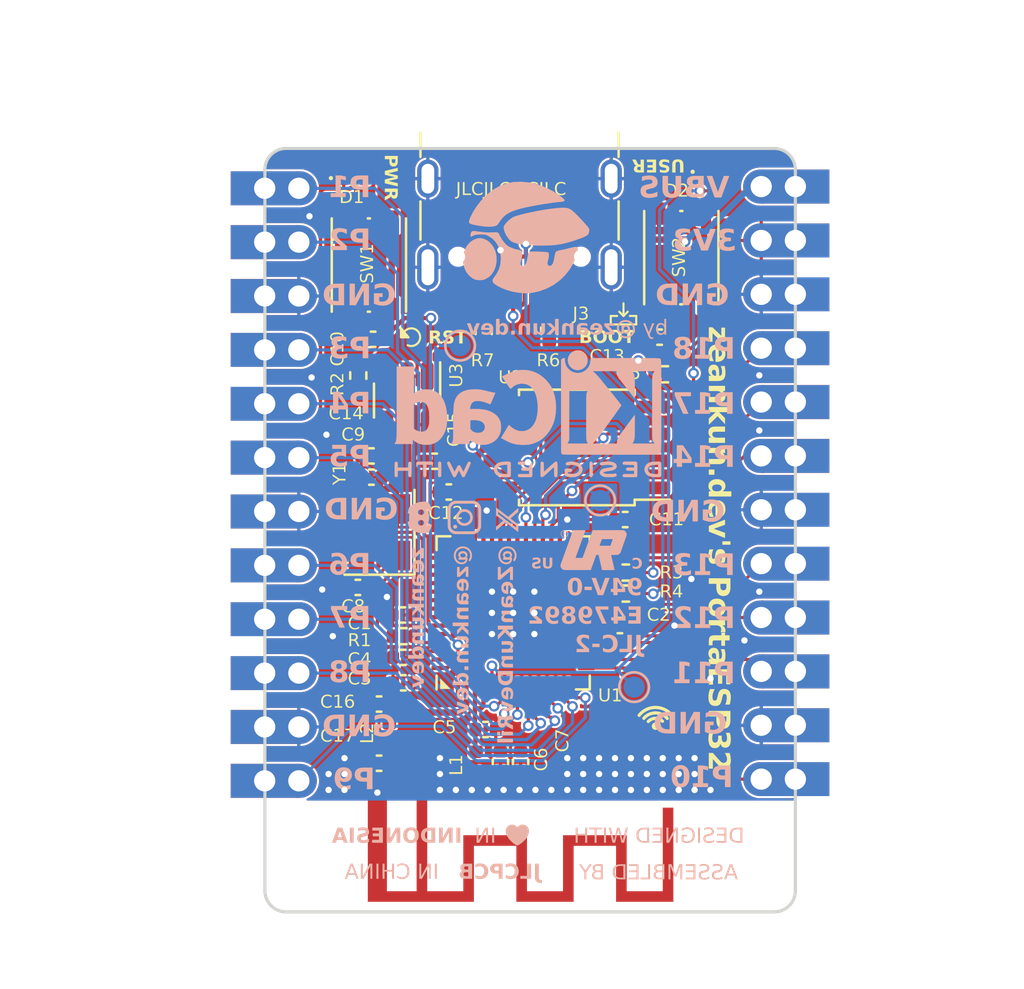
<source format=kicad_pcb>
(kicad_pcb (version 20240108) (generator "pcbnew") (generator_version "8.0")
  (layers (0 "F.Cu" signal) (31 "B.Cu" signal) (34 "B.Paste" user) (35 "F.Paste" user) (36 "B.SilkS" user "B.Silkscreen") (37 "F.SilkS" user "F.Silkscreen") (38 "B.Mask" user) (39 "F.Mask" user) (44 "Edge.Cuts" user))
  (net 0 "")
  (net 1 "GND")
  (net 2 "+3V3")
  (net 3 "+3.3VA")
  (net 4 "Net-(C8-Pad1)")
  (net 5 "/XM")
  (net 6 "/EN")
  (net 7 "VDD")
  (net 8 "/BOOTSEL")
  (net 9 "Net-(U3-BP)")
  (net 10 "/P10")
  (net 11 "/P11")
  (net 12 "/P12")
  (net 13 "/P13")
  (net 14 "/P14")
  (net 15 "/P17")
  (net 16 "/P18")
  (net 17 "VBUS")
  (net 18 "/P1")
  (net 19 "/P2")
  (net 20 "/P3")
  (net 21 "/P4")
  (net 22 "/P5")
  (net 23 "/P6")
  (net 24 "/P7")
  (net 25 "/P8")
  (net 26 "/P9")
  (net 27 "Net-(J3-CC1)")
  (net 28 "/USB_DP")
  (net 29 "/USB_DM")
  (net 31 "Net-(J3-CC2)")
  (net 33 "/XP")
  (net 34 "Net-(U1-GPIO20{slash}ADC2_CH9{slash}USB_D+)")
  (net 35 "Net-(U1-GPIO19{slash}ADC2_CH8{slash}USB_D-)")
  (net 38 "Net-(D2-A)")
  (net 40 "/FLASH_HOLD")
  (net 41 "/FLASH_WP")
  (net 42 "/FLASH_CS")
  (net 43 "/FLASH_CLK")
  (net 44 "/FLASH_DO")
  (net 45 "/FLASH_DI")
  (net 60 "/RF")
  (net 61 "Net-(AE1-Pad1)")
  (footprint "Resistor_SMD:R_0402_1005Metric" (layer "F.Cu") (at 83.4 38.6 -90)
    (property "Reference" "R6" (hide yes))
    (property "Value" "5.1k")
  )
  (footprint "Capacitor_SMD:C_0402_1005Metric" (layer "F.Cu") (at 78.6675 46.2 180)
    (property "Reference" "C12" (hide yes))
    (property "Value" "100n")
  )
  (footprint "RF_Antenna:Texas_SWRA117D_2.4GHz_Left" (layer "F.Cu") (at 77.4 60.375 180)
    (property "Reference" "AE1" (hide yes))
    (property "Value" "Antenna_Dipole")
  )
  (footprint "Capacitor_SMD:C_0402_1005Metric" (layer "F.Cu") (at 86.98 47.5 180)
    (property "Reference" "C11" (hide yes))
    (property "Value" "10u")
  )
  (footprint "Crystal:Crystal_SMD_3225-4Pin_3.2x2.5mm" (layer "F.Cu") (at 75.4 48.1 90)
    (property "Reference" "Y1" (hide yes))
    (property "Value" "40MHz")
  )
  (footprint "Capacitor_SMD:C_0402_1005Metric" (layer "F.Cu") (at 82.05 58.92 90)
    (property "Reference" "C7" (hide yes))
    (property "Value" "10u")
  )
  (footprint "Button_Switch_SMD:SW_Push_1P1T_NO_Vertical_Wuerth_434133025816" (layer "F.Cu") (at 89.625 35.15 90)
    (property "Reference" "SW2" (hide yes))
    (property "Value" "SW_Push")
  )
  (footprint "Resistor_SMD:R_0402_1005Metric" (layer "F.Cu") (at 87.01 50.99)
    (property "Reference" "R4" (hide yes))
    (property "Value" "22")
  )
  (footprint "LED_SMD:LED_0402_1005Metric" (layer "F.Cu") (at 74.2 31.4)
    (property "Reference" "D1" (hide yes))
    (property "Value" "GREEN")
  )
  (footprint "Capacitor_SMD:C_0402_1005Metric" (layer "F.Cu") (at 81.1 58.92 90)
    (property "Reference" "C6" (hide yes))
    (property "Value" "100n")
  )
  (footprint "Package_TO_SOT_SMD:SOT-23-5" (layer "F.Cu") (at 76.7 41.8875 -90)
    (property "Reference" "U3" (hide yes))
    (property "Value" "MIC5205-3.3YM5")
  )
  (footprint "Package_DFN_QFN:QFN-56-1EP_7x7mm_P0.4mm_EP4x4mm" (layer "F.Cu") (at 81.7 51.9 90)
    (property "Reference" "U1" (hide yes))
    (property "Value" "ESP32-S2R2")
  )
  (footprint "LED_SMD:LED_0402_1005Metric" (layer "F.Cu") (at 91.25 31.1)
    (property "Reference" "D2" (hide yes))
    (property "Value" "BLUE")
  )
  (footprint "Capacitor_SMD:C_0402_1005Metric" (layer "F.Cu") (at 76.5 52 180)
    (property "Reference" "C1" (hide yes))
    (property "Value" "100n")
  )
  (footprint "Capacitor_SMD:C_0402_1005Metric" (layer "F.Cu") (at 74.38 50.7 180)
    (property "Reference" "C8" (hide yes))
    (property "Value" "18pF")
  )
  (footprint "Capacitor_SMD:C_0402_1005Metric" (layer "F.Cu") (at 75.1 39 180)
    (property "Reference" "C10" (hide yes))
    (property "Value" "1u")
  )
  (footprint "Package_SO:SOIC-8_5.23x5.23mm_P1.27mm" (layer "F.Cu") (at 84.7 44.1 180)
    (property "Reference" "U2" (hide yes))
    (property "Value" "W25Q32JVSS")
  )
  (footprint "Inductor_SMD:L_0402_1005Metric" (layer "F.Cu") (at 75.86 57.6 90)
    (property "Reference" "L2" (hide yes))
    (property "Value" "2.7n")
  )
  (footprint "Capacitor_SMD:C_0402_1005Metric" (layer "F.Cu") (at 80.4 57.4)
    (property "Reference" "C5" (hide yes))
    (property "Value" "100n")
  )
  (footprint "Capacitor_SMD:C_0402_1005Metric" (layer "F.Cu") (at 75.38 56.2 180)
    (property "Reference" "C16" (hide yes))
    (property "Value" "1.6pF")
  )
  (footprint "Capacitor_SMD:C_0402_1005Metric" (layer "F.Cu") (at 75.38 58.99 180)
    (property "Reference" "C17" (hide yes))
    (property "Value" "1.6pF")
  )
  (footprint "SMD-TH-Connector:Conn_01x12_2.54mm" (layer "F.Cu") (at 71.99 45.2)
    (property "Reference" "J2" (hide yes))
    (property "Value" "Conn_01x12")
  )
  (footprint "Capacitor_SMD:C_0402_1005Metric" (layer "F.Cu") (at 75.02 44.5 180)
    (property "Reference" "C14" (hide yes))
    (property "Value" "470pF")
  )
  (footprint "Resistor_SMD:R_0402_1005Metric" (layer "F.Cu") (at 74.4 40.71 90)
    (property "Reference" "R2" (hide yes))
    (property "Value" "5.1k")
  )
  (footprint "Connector_USB:USB_C_Receptacle_GCT_USB4105-xx-A_16P_TopMnt_Horizontal" (layer "F.Cu") (at 82 32.5 180)
    (property "Reference" "J3" (hide yes))
    (property "Value" "USB_C_Receptacle_USB2.0")
  )
  (footprint "Capacitor_SMD:C_0402_1005Metric" (layer "F.Cu") (at 78 44.75)
    (property "Reference" "C15" (hide yes))
    (property "Value" "2.2u")
  )
  (footprint "Button_Switch_SMD:SW_Push_1P1T_NO_Vertical_Wuerth_434133025816" (layer "F.Cu") (at 74.9 35.5 90)
    (property "Reference" "SW1" (hide yes))
    (property "Value" "SW_Push")
  )
  (footprint "Capacitor_SMD:C_0402_1005Metric" (layer "F.Cu") (at 76.52 55.2 180)
    (property "Reference" "C3" (hide yes))
    (property "Value" "100n")
  )
  (footprint "Resistor_SMD:R_0402_1005Metric" (layer "F.Cu") (at 76.52 53)
    (property "Reference" "R1" (hide yes))
    (property "Value" "22")
  )
  (footprint "Inductor_SMD:L_0402_1005Metric" (layer "F.Cu") (at 79.95 58.935 90)
    (property "Reference" "L1" (hide yes))
    (property "Value" "2.2n")
  )
  (footprint "Capacitor_SMD:C_0402_1005Metric" (layer "F.Cu") (at 88.6 38.9 180)
    (property "Reference" "C13" (hide yes))
    (property "Value" "100n")
  )
  (footprint "Resistor_SMD:R_0402_1005Metric" (layer "F.Cu") (at 88.85 40.65 180)
    (property "Reference" "R5" (hide yes))
    (property "Value" "5.1k")
  )
  (footprint "Capacitor_SMD:C_0402_1005Metric" (layer "F.Cu") (at 86.73 52.5)
    (property "Reference" "C2" (hide yes))
    (property "Value" "100n")
  )
  (footprint "Resistor_SMD:R_0402_1005Metric" (layer "F.Cu") (at 87.01 50)
    (property "Reference" "R3" (hide yes))
    (property "Value" "22")
  )
  (footprint "Capacitor_SMD:C_0402_1005Metric" (layer "F.Cu") (at 75.02 45.5)
    (property "Reference" "C9" (hide yes))
    (property "Value" "18pF")
  )
  (footprint "Resistor_SMD:R_0402_1005Metric" (layer "F.Cu") (at 80.31 38.6 -90)
    (property "Reference" "R7" (hide yes))
    (property "Value" "5.1k")
  )
  (footprint "Capacitor_SMD:C_0402_1005Metric" (layer "F.Cu") (at 76.52 54 180)
    (property "Reference" "C4" (hide yes))
    (property "Value" "10u")
  )
  (footprint "LOGO" (layer "B.Cu") (at 82.3 34.2 180)
    (property "Reference" "G***" (hide yes))
    (property "Value" "LOGO" (hide yes))
  )
  (footprint "LOGO" (layer "B.Cu") (at 81.4 47.5 -90)
    (property "Reference" "G***" (hide yes))
    (property "Value" "LOGO" (hide yes))
  )
  (footprint "LOGO" (layer "B.Cu") (at 79.4 47.4 -90)
    (property "Reference" "G***" (hide yes))
    (property "Value" "LOGO" (hide yes))
  )
  (footprint "LOGO" (layer "B.Cu") (at 85.49 48.94 180)
    (property "Reference" "G***" (hide yes))
    (property "Value" "LOGO" (hide yes))
  )
  (footprint "LOGO" (layer "B.Cu") (at 81.9 62.375 180)
    (property "Reference" "G***" (hide yes))
    (property "Value" "LOGO" (hide yes))
  )
  (footprint "TestPoint:TestPoint_Pad_D1.0mm" (layer "B.Cu") (at 85.8 46.6 180)
    (property "Reference" "TP3" (hide yes))
    (property "Value" "VDD")
  )
  (footprint "TestPoint:TestPoint_Pad_D1.0mm" (layer "B.Cu") (at 79.2 39.3 180)
    (property "Reference" "TP2" (hide yes))
    (property "Value" "EN")
  )
  (footprint "LOGO" (layer "B.Cu") (at 77.3 47.4 -90)
    (property "Reference" "G***" (hide yes))
    (property "Value" "LOGO" (hide yes))
  )
  (footprint "TestPoint:TestPoint_Pad_D1.0mm" (layer "B.Cu") (at 87.4 55.4 180)
    (property "Reference" "TP1" (hide yes))
    (property "Value" "BOOTSEL")
  )
  (footprint "Symbol:KiCad-Logo2_5mm_SilkScreen" (layer "B.Cu") (at 82.4 42.5 180)
    (property "Reference" "REF**" (hide yes))
    (property "Value" "KiCad-Logo2_5mm_SilkScreen" (hide yes))
  )
  (footprint "SMD-TH-Connector:Conn_01x12_2.54mm" (layer "B.Cu") (at 93 45.12 180)
    (property "Reference" "J1" (hide yes))
    (property "Value" "Conn_01x12")
  )
  (gr_line (start 87.5 38.3) (end 86.3 38.3) (stroke (width 0.1)) (layer "F.SilkS"))
  (gr_line (start 86.3 38.3) (end 86.3 37.9) (stroke (width 0.1)) (layer "F.SilkS"))
  (gr_line (start 86.9 37.9) (end 86.7 37.7) (stroke (width 0.1)) (layer "F.SilkS"))
  (gr_arc (start 87.857074 56.871861) (mid 88.411552 56.618399) (end 88.962855 56.87871) (stroke (width 0.15)) (layer "F.SilkS"))
  (gr_arc (start 87.637074 56.731861) (mid 88.394904 56.359541) (end 89.161729 56.712976) (stroke (width 0.15)) (layer "F.SilkS"))
  (gr_poly (pts (xy 78.26 54.99) (xy 78.26 55.49) (xy 78.75 55.49)) (fill solid) (layer "F.SilkS"))
  (gr_arc (start 88.067075 57.021861) (mid 88.4 56.875) (end 88.737225 57.01171) (stroke (width 0.15)) (layer "F.SilkS"))
  (gr_line (start 86.9 37.3) (end 86.9 37.9) (stroke (width 0.1)) (layer "F.SilkS"))
  (gr_line (start 86.9 37.9) (end 87.1 37.7) (stroke (width 0.1)) (layer "F.SilkS"))
  (gr_poly (pts (xy 76.40769 38.91) (xy 76.41 38.47) (xy 76.77 38.91)) (stroke (width 0.1)) (fill solid) (layer "F.SilkS"))
  (gr_circle (center 88.407074 57.241861) (end 88.507074 57.241861) (stroke (width 0.15)) (fill solid) (layer "F.SilkS"))
  (gr_line (start 87.2 37.9) (end 87.5 37.9) (stroke (width 0.1)) (layer "F.SilkS"))
  (gr_arc (start 76.483707 38.9) (mid 77.249336 38.673585) (end 76.73 39.28) (stroke (width 0.1)) (layer "F.SilkS"))
  (gr_line (start 86.3 37.9) (end 86.6 37.9) (stroke (width 0.1)) (layer "F.SilkS"))
  (gr_line (start 87.5 37.9) (end 87.5 38.3) (stroke (width 0.1)) (layer "F.SilkS"))
  (gr_arc (start 70 31) (mid 70.292893 30.292893) (end 71 30) (stroke (width 0.15)) (layer "Edge.Cuts"))
  (gr_line (start 71 66) (end 94 66) (stroke (width 0.15)) (layer "Edge.Cuts"))
  (gr_arc (start 94 30) (mid 94.707107 30.292893) (end 95 31) (stroke (width 0.15)) (layer "Edge.Cuts"))
  (gr_line (start 94 30) (end 71 30) (stroke (width 0.15)) (layer "Edge.Cuts"))
  (gr_line (start 70 65) (end 70 31) (stroke (width 0.15)) (layer "Edge.Cuts"))
  (gr_arc (start 71 66) (mid 70.292893 65.707107) (end 70 65) (stroke (width 0.15)) (layer "Edge.Cuts"))
  (gr_line (start 95 31) (end 95 65) (stroke (width 0.15)) (layer "Edge.Cuts"))
  (gr_arc (start 95 65) (mid 94.707107 65.707107) (end 94 66) (stroke (width 0.15)) (layer "Edge.Cuts"))
  (gr_text "C" (at 87.8 49.9 0) (layer "B.SilkS") (effects (font (size 0.5 0.5) (thickness 0.1) (bold yes)) (justify left bottom mirror)))
  (gr_text "GND" (at 88.4 36.975 0) (layer "B.SilkS") (effects (font (size 1 1) (thickness 0.15) (bold yes)) (justify right mirror)))
  (gr_text "94V-0\nE479892\nJLC-2" (at 87.81 53.89 0) (layer "B.SilkS") (effects (font (size 0.8 0.8) (thickness 0.16) (bold yes)) (justify left bottom mirror)))
  (gr_text "GND" (at 72.7 36.98 0) (layer "B.SilkS") (effects (font (size 1 1) (thickness 0.15) (bold yes)) (justify right mirror)))
  (gr_text "P7" (at 73 52.18 0) (layer "B.SilkS") (effects (font (size 1 1) (thickness 0.15) (bold yes)) (justify right mirror)))
  (gr_text "P10" (at 89.1 59.7 0) (layer "B.SilkS") (effects (font (size 1 1) (thickness 0.15) (bold yes)) (justify right mirror)))
  (gr_text "GND" (at 72.7 57.3 0) (layer "B.SilkS") (effects (font (size 1 1) (thickness 0.15) (bold yes)) (justify right mirror)))
  (gr_text "ASSEMBLED BY" (at 92.3 64.175 0) (layer "B.SilkS") (effects (font (size 0.7 0.7) (thickness 0.1)) (justify left mirror)))
  (gr_text "@ZeanKunDevRil" (at 81.4 48.7 90) (layer "B.SilkS") (effects (font (size 0.7 0.7) (thickness 0.14) (bold yes)) (justify left mirror)))
  (gr_text "US" (at 83.61 49.89 0) (layer "B.SilkS") (effects (font (size 0.5 0.5) (thickness 0.1) (bold yes)) (justify left bottom mirror)))
  (gr_text "GND" (at 88.2 47.175 0) (layer "B.SilkS") (effects (font (size 1 1) (thickness 0.15) (bold yes)) (justify right mirror)))
  (gr_text "P5" (at 73 44.58 0) (layer "B.SilkS") (effects (font (size 1 1) (thickness 0.15) (bold yes)) (justify right mirror)))
  (gr_text "P2" (at 73 34.38 0) (layer "B.SilkS") (effects (font (size 1 1) (thickness 0.15) (bold yes)) (justify right mirror)))
  (gr_text "P9" (at 73.2 59.8 0) (layer "B.SilkS") (effects (font (size 1 1) (thickness 0.15) (bold yes)) (justify right mirror)))
  (gr_text "GND" (at 88.3 57.175 0) (layer "B.SilkS") (effects (font (size 1 1) (thickness 0.15) (bold yes)) (justify right mirror)))
  (gr_text "3V3" (at 89.2 34.4 0) (layer "B.SilkS") (effects (font (size 1 1) (thickness 0.15) (bold yes)) (justify right mirror)))
  (gr_text "INDONESIA" (at 79.3 62.45 0) (layer "B.SilkS") (effects (font (size 0.7 0.7) (thickness 0.14) (bold yes)) (justify left mirror)))
  (gr_text "P17" (at 89.2 42.1 0) (layer "B.SilkS") (effects (font (size 1 1) (thickness 0.15) (bold yes)) (justify right mirror)))
  (gr_text "DESIGNED WITH" (at 92.6 62.45 0) (layer "B.SilkS") (effects (font (size 0.7 0.7) (thickness 0.1)) (justify left mirror)))
  (gr_text "@zeankun.dev" (at 87.5 38.9 0) (layer "B.SilkS") (effects (font (size 0.7 0.7) (thickness 0.125) (bold yes)) (justify left bottom mirror)))
  (gr_text "@zeankun.dev" (at 79.3 48.7 90) (layer "B.SilkS") (effects (font (size 0.7 0.7) (thickness 0.14) (bold yes)) (justify left mirror)))
  (gr_text "P6" (at 73 49.68 0) (layer "B.SilkS") (effects (font (size 1 1) (thickness 0.15) (bold yes)) (justify right mirror)))
  (gr_text "P8" (at 73 54.75 0) (layer "B.SilkS") (effects (font (size 1 1) (thickness 0.15) (bold yes)) (justify right mirror)))
  (gr_text "IN CHINA" (at 78.2 64.15 0) (layer "B.SilkS") (effects (font (size 0.7 0.7) (thickness 0.1)) (justify left mirror)))
  (gr_text "P4" (at 73 42.08 0) (layer "B.SilkS") (effects (font (size 1 1) (thickness 0.15) (bold yes)) (justify right mirror)))
  (gr_text "P12" (at 89.2 52.2 0) (layer "B.SilkS") (effects (font (size 1 1) (thickness 0.15) (bold yes)) (justify right mirror)))
  (gr_text "GND" (at 72.8 47.08 0) (layer "B.SilkS") (effects (font (size 1 1) (thickness 0.15) (bold yes)) (justify right mirror)))
  (gr_text "by" (at 89 38.9 0) (layer "B.SilkS") (effects (font (size 0.7 0.7) (thickness 0.1)) (justify left bottom mirror)))
  (gr_text "IN" (at 80.9 62.45 0) (layer "B.SilkS") (effects (font (size 0.7 0.7) (thickness 0.1)) (justify left mirror)))
  (gr_text "P3" (at 73 39.48 0) (layer "B.SilkS") (effects (font (size 1 1) (thickness 0.15) (bold yes)) (justify right mirror)))
  (gr_text "P14" (at 89.2 44.6 0) (layer "B.SilkS") (effects (font (size 1 1) (thickness 0.15) (bold yes)) (justify right mirror)))
  (gr_text "P18" (at 89.2 39.5 0) (layer "B.SilkS") (effects (font (size 1 1) (thickness 0.15) (bold yes)) (justify right mirror)))
  (gr_text "zeankundev" (at 77.2 48.8 90) (layer "B.SilkS") (effects (font (size 0.7 0.7) (thickness 0.14) (bold yes)) (justify left mirror)))
  (gr_text "P13" (at 89.2 49.7 0) (layer "B.SilkS") (effects (font (size 1 1) (thickness 0.15) (bold yes)) (justify right mirror)))
  (gr_text "JLCPCB" (at 83 64.15 0) (layer "B.SilkS") (effects (font (size 0.7 0.7) (thickness 0.14) (bold yes)) (justify left mirror)))
  (gr_text "P11" (at 89.2 54.8 0) (layer "B.SilkS") (effects (font (size 1 1) (thickness 0.15) (bold yes)) (justify right mirror)))
  (gr_text "P1" (at 73 31.88 0) (layer "B.SilkS") (effects (font (size 1 1) (thickness 0.15) (bold yes)) (justify right mirror)))
  (gr_text "VBUS" (at 87.6 31.9 0) (layer "B.SilkS") (effects (font (size 1 1) (thickness 0.15) (bold yes)) (justify right mirror)))
  (gr_text "C13" (at 85.3 40.175 0) (layer "F.SilkS") (effects (font (size 0.6 0.6) (thickness 0.1)) (justify left bottom)))
  (gr_text "R7" (at 79.7 40.375 0) (layer "F.SilkS") (effects (font (size 0.6 0.6) (thickness 0.1)) (justify left bottom)))
  (gr_text "R5" (at 86.6 40.975 0) (layer "F.SilkS") (effects (font (size 0.6 0.6) (thickness 0.1)) (justify left bottom)))
  (gr_text "L2" (at 75.2 58.075 90) (layer "F.SilkS") (effects (font (size 0.6 0.6) (thickness 0.1)) (justify left bottom)))
  (gr_text "BOOT" (at 84.8 39.275 0) (layer "F.SilkS") (effects (font (size 0.6 0.6) (thickness 0.12) (bold yes)) (justify left bottom)))
  (gr_text "C3" (at 73.9 55.375 0) (layer "F.SilkS") (effects (font (size 0.6 0.6) (thickness 0.1)) (justify left bottom)))
  (gr_text "C6" (at 83.4 59.375 90) (layer "F.SilkS") (effects (font (size 0.6 0.6) (thickness 0.1)) (justify left bottom)))
  (gr_text "C2" (at 88 52.375 0) (layer "F.SilkS") (effects (font (size 0.6 0.6) (thickness 0.1)) (justify left bottom)))
  (gr_text "C4" (at 73.9 54.475 0) (layer "F.SilkS") (effects (font (size 0.6 0.6) (thickness 0.1)) (justify left bottom)))
  (gr_text "C1" (at 73.9 52.775 0) (layer "F.SilkS") (effects (font (size 0.6 0.6) (thickness 0.1)) (justify left bottom)))
  (gr_text "R2" (at 73.8 41.675 90) (layer "F.SilkS") (effects (font (size 0.6 0.6) (thickness 0.1)) (justify left bottom)))
  (gr_text "C7" (at 84.4 58.475 90) (layer "F.SilkS") (effects (font (size 0.6 0.6) (thickness 0.1)) (justify left bottom)))
  (gr_text "U2" (at 81 41.175 0) (layer "F.SilkS") (effects (font (size 0.6 0.6) (thickness 0.1)) (justify left bottom)))
  (gr_text "L1" (at 79.4 59.575 90) (layer "F.SilkS") (effects (font (size 0.6 0.6) (thickness 0.1)) (justify left bottom)))
  (gr_text "C9" (at 73.6 43.875 0) (layer "F.SilkS") (effects (font (size 0.6 0.6) (thickness 0.1)) (justify left bottom)))
  (gr_text "C17" (at 72.6 58.075 0) (layer "F.SilkS") (effects (font (size 0.6 0.6) (thickness 0.1)) (justify left bottom)))
  (gr_text "C12" (at 77.7 47.575 0) (layer "F.SilkS") (effects (font (size 0.6 0.6) (thickness 0.1)) (justify left bottom)))
  (gr_text "RST" (at 77.7 39.3 0) (layer "F.SilkS") (effects (font (size 0.6 0.6) (thickness 0.12) (bold yes)) (justify left bottom)))
  (gr_text "C5" (at 77.9 57.675 0) (layer "F.SilkS") (effects (font (size 0.6 0.6) (thickness 0.1)) (justify left bottom)))
  (gr_text "SW1" (at 75.2 36.375 90) (layer "F.SilkS") (effects (font (size 0.6 0.6) (thickness 0.1)) (justify left bottom)))
  (gr_text "D1" (at 73.5 32.675 0) (layer "F.SilkS") (effects (font (size 0.6 0.6) (thickness 0.1)) (justify left bottom)))
  (gr_text "R3" (at 88.6 50.375 0) (layer "F.SilkS") (effects (font (size 0.6 0.6) (thickness 0.1)) (justify left bottom)))
  (gr_text "R1" (at 73.9 53.575 0) (layer "F.SilkS") (effects (font (size 0.6 0.6) (thickness 0.1)) (justify left bottom)))
  (gr_text "R6" (at 82.8 40.375 0) (layer "F.SilkS") (effects (font (size 0.6 0.6) (thickness 0.1)) (justify left bottom)))
  (gr_text "Y1" (at 73.9 45.875 90) (layer "F.SilkS") (effects (font (size 0.6 0.6) (thickness 0.1)) (justify left bottom)))
  (gr_text "JLCJLCJLCJLC" (at 79 32.3 0) (layer "F.SilkS") (effects (font (size 0.6 0.6) (thickness 0.1)) (justify left bottom)))
  (gr_text "R4" (at 88.6 51.275 0) (layer "F.SilkS") (effects (font (size 0.6 0.6) (thickness 0.1)) (justify left bottom)))
  (gr_text "U3" (at 79.4 41.275 90) (layer "F.SilkS") (effects (font (size 0.6 0.6) (thickness 0.1)) (justify left bottom)))
  (gr_text "USER" (at 89.8 30.775 180) (layer "F.SilkS") (effects (font (size 0.6 0.6) (thickness 0.12) (bold yes)) (justify left)))
  (gr_text "C16" (at 72.6 56.475 0) (layer "F.SilkS") (effects (font (size 0.6 0.6) (thickness 0.1)) (justify left bottom)))
  (gr_text "C14" (at 73 42.875 0) (layer "F.SilkS") (effects (font (size 0.6 0.6) (thickness 0.1)) (justify left bottom)))
  (gr_text "SW2" (at 89.9 36.075 90) (layer "F.SilkS") (effects (font (size 0.6 0.6) (thickness 0.1)) (justify left bottom)))
  (gr_text "U1" (at 85.7 56.175 0) (layer "F.SilkS") (effects (font (size 0.6 0.6) (thickness 0.1)) (justify left bottom)))
  (gr_text "J3" (at 84.5 38.175 0) (layer "F.SilkS") (effects (font (size 0.6 0.6) (thickness 0.1)) (justify left bottom)))
  (gr_text "C15" (at 79.3 44.075 90) (layer "F.SilkS") (effects (font (size 0.6 0.6) (thickness 0.1)) (justify left bottom)))
  (gr_text "D2" (at 88.8 32.375 0) (layer "F.SilkS") (effects (font (size 0.6 0.6) (thickness 0.1)) (justify left bottom)))
  (gr_text "C10" (at 73.8 40.275 90) (layer "F.SilkS") (effects (font (size 0.6 0.6) (thickness 0.1)) (justify left bottom)))
  (gr_text "C8" (at 73.6 51.975 0) (layer "F.SilkS") (effects (font (size 0.6 0.6) (thickness 0.1)) (justify left bottom)))
  (gr_text "C11" (at 88.1 47.875 0) (layer "F.SilkS") (effects (font (size 0.6 0.6) (thickness 0.1)) (justify left bottom)))
  (gr_text "zeankun.dev's PortaESP32" (at 90.75 38.37 270) (layer "F.SilkS") (effects (font (size 1 1) (thickness 0.2) (bold yes)) (justify left bottom)))
  (gr_text "PWR" (at 75.9 30.275 270) (layer "F.SilkS") (effects (font (size 0.6 0.6) (thickness 0.12) (bold yes)) (justify left)))
  (segment (start 92.78 46.62) (end 93.39 46.62) (width 0.15) (layer "F.Cu") (net 1))
  (via (at 84.25 58.75) (size 0.5) (drill 0.3) (layers "F.Cu" "B.Cu") (net 1))
  (via (at 89.5 59.5) (size 0.5) (drill 0.3) (layers "F.Cu" "B.Cu") (net 1))
  (via (at 93.3 43.3) (size 0.5) (drill 0.3) (layers "F.Cu" "B.Cu") (net 1))
  (via (at 87.25 60.25) (size 0.5) (drill 0.3) (layers "F.Cu" "B.Cu") (net 1))
  (via (at 81.1 34.8) (size 0.5) (drill 0.3) (layers "F.Cu" "B.Cu") (net 1))
  (via (at 78.25 60.25) (size 0.5) (drill 0.3) (layers "F.Cu" "B.Cu") (net 1))
  (via (at 75.75 51.15) (size 0.5) (drill 0.3) (layers "F.Cu" "B.Cu") (net 1))
  (via (at 82 60.25) (size 0.5) (drill 0.3) (layers "F.Cu" "B.Cu") (net 1))
  (via (at 90.1 50.3) (size 0.5) (drill 0.3) (layers "F.Cu" "B.Cu") (net 1))
  (via (at 88 59.5) (size 0.5) (drill 0.3) (layers "F.Cu" "B.Cu") (net 1))
  (via (at 84.25 59.5) (size 0.5) (drill 0.3) (layers "F.Cu" "B.Cu") (net 1))
  (via (at 90.25 60.25) (size 0.5) (drill 0.3) (layers "F.Cu" "B.Cu") (net 1))
  (via (at 73.75 59.5) (size 0.5) (drill 0.3) (layers "F.Cu" "B.Cu") (net 1))
  (via (at 88 60.25) (size 0.5) (drill 0.3) (layers "F.Cu" "B.Cu") (net 1))
  (via (at 91 60.25) (size 0.5) (drill 0.3) (layers "F.Cu" "B.Cu") (net 1))
  (via (at 81.7 51.9) (size 0.5) (drill 0.3) (layers "F.Cu" "B.Cu") (net 1))
  (via (at 73.75 60.25) (size 0.5) (drill 0.3) (layers "F.Cu" "B.Cu") (net 1))
  (via (at 80.5 60.25) (size 0.5) (drill 0.3) (layers "F.Cu" "B.Cu") (net 1))
  (via (at 87.25 58.75) (size 0.5) (drill 0.3) (layers "F.Cu" "B.Cu") (net 1))
  (via (at 93.3 40.7) (size 0.5) (drill 0.3) (layers "F.Cu" "B.Cu") (net 1))
  (via (at 81.7 52.9) (size 0.5) (drill 0.3) (layers "F.Cu" "B.Cu") (net 1))
  (via (at 81.25 60.25) (size 0.5) (drill 0.3) (layers "F.Cu" "B.Cu") (net 1))
  (via (at 92.6 53.2) (size 0.5) (drill 0.3) (layers "F.Cu" "B.Cu") (net 1))
  (via (at 78.25 59.5) (size 0.5) (drill 0.3) (layers "F.Cu" "B.Cu") (net 1))
  (via (at 89.5 58.75) (size 0.5) (drill 0.3) (layers "F.Cu" "B.Cu") (net 1))
  (via (at 85.75 60.25) (size 0.5) (drill 0.3) (layers "F.Cu" "B.Cu") (net 1))
  (via (at 85 60.25) (size 0.5) (drill 0.3) (layers "F.Cu" "B.Cu") (net 1))
  (via (at 88 58.75) (size 0.5) (drill 0.3) (layers "F.Cu" "B.Cu") (net 1))
  (via (at 89.5 60.25) (size 0.5) (drill 0.3) (layers "F.Cu" "B.Cu") (net 1))
  (via (at 72.2 40.8) (size 0.5) (drill 0.3) (layers "F.Cu" "B.Cu") (net 1))
  (via (at 81.7 50.9) (size 0.5) (drill 0.3) (layers "F.Cu" "B.Cu") (net 1))
  (via (at 85 58.75) (size 0.5) (drill 0.3) (layers "F.Cu" "B.Cu") (net 1))
  (via (at 82.75 60.25) (size 0.5) (drill 0.3) (layers "F.Cu" "B.Cu") (net 1))
  (via (at 80.7 52.9) (size 0.5) (drill 0.3) (layers "F.Cu" "B.Cu") (net 1))
  (via (at 83.5 60.25) (size 0.5) (drill 0.3) (layers "F.Cu" "B.Cu") (net 1))
  (via (at 88.75 58.75) (size 0.5) (drill 0.3) (layers "F.Cu" "B.Cu") (net 1))
  (via (at 84.25 60.25) (size 0.5) (drill 0.3) (layers "F.Cu" "B.Cu") (net 1))
  (via (at 72.9 43.5) (size 0.5) (drill 0.3) (layers "F.Cu" "B.Cu") (net 1))
  (via (at 82.7 51.9) (size 0.5) (drill 0.3) (layers "F.Cu" "B.Cu") (net 1))
  (via (at 85.75 59.5) (size 0.5) (drill 0.3) (layers "F.Cu" "B.Cu") (net 1))
  (via (at 73.75 58.75) (size 0.5) (drill 0.3) (layers "F.Cu" "B.Cu") (net 1))
  (via (at 82.7 52.9) (size 0.5) (drill 0.3) (layers "F.Cu" "B.Cu") (net 1))
  (via (at 73.2 53) (size 0.5) (drill 0.3) (layers "F.Cu" "B.Cu") (net 1))
  (via (at 82.7 50.9) (size 0.5) (drill 0.3) (layers "F.Cu" "B.Cu") (net 1))
  (via (at 88.75 60.25) (size 0.5) (drill 0.3) (layers "F.Cu" "B.Cu") (net 1))
  (via (at 73 59.5) (size 0.5) (drill 0.3) (layers "F.Cu" "B.Cu") (net 1))
  (via (at 72.7 50.8) (size 0.5) (drill 0.3) (layers "F.Cu" "B.Cu") (net 1))
  (via (at 93.3 50.9) (size 0.5) (drill 0.3) (layers "F.Cu" "B.Cu") (net 1))
  (via (at 85 59.5) (size 0.5) (drill 0.3) (layers "F.Cu" "B.Cu") (net 1))
  (via (at 89.3 52.5) (size 0.5) (drill 0.3) (layers "F.Cu" "B.Cu") (net 1))
  (via (at 86.5 60.25) (size 0.5) (drill 0.3) (layers "F.Cu" "B.Cu") (net 1))
  (via (at 86.5 58.75) (size 0.5) (drill 0.3) (layers "F.Cu" "B.Cu") (net 1))
  (via (at 91 55) (size 0.5) (drill 0.3) (layers "F.Cu" "B.Cu") (net 1))
  (via (at 72.1 33.2) (size 0.5) (drill 0.3) (layers "F.Cu" "B.Cu") (net 1))
  (via (at 80.7 50.9) (size 0.5) (drill 0.3) (layers "F.Cu" "B.Cu") (net 1))
  (via (at 85.75 58.75) (size 0.5) (drill 0.3) (layers "F.Cu" "B.Cu") (net 1))
  (via (at 90.25 59.5) (size 0.5) (drill 0.3) (layers "F.Cu" "B.Cu") (net 1))
  (via (at 88.75 59.5) (size 0.5) (drill 0.3) (layers "F.Cu" "B.Cu") (net 1))
  (via (at 79 60.25) (size 0.5) (drill 0.3) (layers "F.Cu" "B.Cu") (net 1))
  (via (at 73 60.25) (size 0.5) (drill 0.3) (layers "F.Cu" "B.Cu") (net 1))
  (via (at 78.25 58.75) (size 0.5) (drill 0.3) (layers "F.Cu" "B.Cu") (net 1))
  (via (at 90.25 58.75) (size 0.5) (drill 0.3) (layers "F.Cu" "B.Cu") (net 1))
  (via (at 79.75 60.25) (size 0.5) (drill 0.3) (layers "F.Cu" "B.Cu") (net 1))
  (via (at 80.7 51.9) (size 0.5) (drill 0.3) (layers "F.Cu" "B.Cu") (net 1))
  (via (at 86.5 59.5) (size 0.5) (drill 0.3) (layers "F.Cu" "B.Cu") (net 1))
  (via (at 87.25 59.5) (size 0.5) (drill 0.3) (layers "F.Cu" "B.Cu") (net 1))
  (segment (start 79.9 57.38) (end 79.92 57.4) (width 0.2) (layer "F.Cu") (net 3))
  (segment (start 79.9 55.35) (end 79.9 56.4) (width 0.2) (layer "F.Cu") (net 3))
  (segment (start 80.2 56.4) (end 79.9 56.4) (width 0.2) (layer "F.Cu") (net 3))
  (segment (start 80.3 55.35) (end 80.3 56.3) (width 0.2) (layer "F.Cu") (net 3))
  (segment (start 79.92 57.4) (end 79.92 58.42) (width 0.2) (layer "F.Cu") (net 3))
  (segment (start 79.9 56.4) (end 79.9 57.38) (width 0.2) (layer "F.Cu") (net 3))
  (segment (start 80.3 56.3) (end 80.2 56.4) (width 0.2) (layer "F.Cu") (net 3))
  (segment (start 79.92 58.42) (end 79.95 58.45) (width 0.2) (layer "F.Cu") (net 3))
  (segment (start 75.3 50.7) (end 76.25 49.75) (width 0.15) (layer "F.Cu") (net 4))
  (segment (start 75.3 52.5) (end 75.3 50.7) (width 0.15) (layer "F.Cu") (net 4))
  (segment (start 74.86 50.7) (end 74.86 50.59) (width 0.15) (layer "F.Cu") (net 4))
  (segment (start 76.01 53) (end 75.8 53) (width 0.15) (layer "F.Cu") (net 4))
  (segment (start 74.86 50.59) (end 76.25 49.2) (width 0.15) (layer "F.Cu") (net 4))
  (segment (start 76.475 49.425) (end 76.25 49.2) (width 0.15) (layer "F.Cu") (net 4))
  (segment (start 76.25 49.75) (end 76.25 49.2) (width 0.15) (layer "F.Cu") (net 4))
  (segment (start 75.8 53) (end 75.3 52.5) (width 0.15) (layer "F.Cu") (net 4))
  (segment (start 74.55 45.51) (end 74.55 47) (width 0.15) (layer "F.Cu") (net 5))
  (segment (start 78.25 52.9) (end 77.8 52.9) (width 0.15) (layer "F.Cu") (net 5))
  (segment (start 77.8 52.9) (end 77.435 52.535) (width 0.15) (layer "F.Cu") (net 5))
  (segment (start 74.54 45.5) (end 74.55 45.51) (width 0.15) (layer "F.Cu") (net 5))
  (segment (start 75.1 48.1) (end 74.55 47.55) (width 0.15) (layer "F.Cu") (net 5))
  (segment (start 77.1 48.1) (end 75.1 48.1) (width 0.15) (layer "F.Cu") (net 5))
  (segment (start 77.435 48.435) (end 77.1 48.1) (width 0.15) (layer "F.Cu") (net 5))
  (segment (start 74.55 47.55) (end 74.55 47) (width 0.15) (layer "F.Cu") (net 5))
  (segment (start 77.435 52.535) (end 77.435 48.435) (width 0.15) (layer "F.Cu") (net 5))
  (segment (start 75.975 37.575) (end 75.975 33.45) (width 0.3) (layer "F.Cu") (net 6))
  (segment (start 75.58 39) (end 75.58 39.02) (width 0.2) (layer "F.Cu") (net 6))
  (segment (start 75.58 39) (end 76 38.58) (width 0.2) (layer "F.Cu") (net 6))
  (segment (start 76 38.58) (end 76 37.6) (width 0.2) (layer "F.Cu") (net 6))
  (segment (start 78.603553 54.5) (end 78.25 54.5) (width 0.15) (layer "F.Cu") (net 6))
  (segment (start 79.1 54.003553) (end 78.603553 54.5) (width 0.15) (layer "F.Cu") (net 6))
  (segment (start 76 37.6) (end 75.975 37.575) (width 0.2) (layer "F.Cu") (net 6))
  (segment (start 76.58 38) (end 77.8245 38) (width 0.2) (layer "F.Cu") (net 6))
  (segment (start 75.58 39) (end 76.58 38) (width 0.2) (layer "F.Cu") (net 6))
  (segment (start 79.1 53.4) (end 79.1 54.003553) (width 0.15) (layer "F.Cu") (net 6))
  (segment (start 75.58 39.02) (end 74.4 40.2) (width 0.2) (layer "F.Cu") (net 6))
  (via (at 77.8245 38) (size 0.5) (drill 0.3) (layers "F.Cu" "B.Cu") (net 6))
  (via (at 79.1 53.4) (size 0.5) (drill 0.3) (layers "F.Cu" "B.Cu") (net 6))
  (segment (start 77.8 38.8) (end 77.8 52.1) (width 0.15) (layer "B.Cu") (net 6))
  (segment (start 77.8 38.0245) (end 77.8 38.8) (width 0.15) (layer "B.Cu") (net 6))
  (segment (start 77.8245 38) (end 77.8 38.0245) (width 0.2) (layer "B.Cu") (net 6))
  (segment (start 79.2 39.3) (end 78.3 39.3) (width 0.15) (layer "B.Cu") (net 6))
  (segment (start 78.3 39.3) (end 77.8 38.8) (width 0.15) (layer "B.Cu") (net 6))
  (segment (start 77.8 52.1) (end 79.1 53.4) (width 0.15) (layer "B.Cu") (net 6))
  (segment (start 83.9 48.4625) (end 83.9 47.85) (width 0.15) (layer "F.Cu") (net 7))
  (segment (start 84.25 47.5) (end 86.5 47.5) (width 0.15) (layer "F.Cu") (net 7))
  (segment (start 81.1 46.005) (end 80.905 46.2) (width 0.15) (layer "F.Cu") (net 7))
  (segment (start 83.9 47.85) (end 84.25 47.5) (width 0.15) (layer "F.Cu") (net 7))
  (via (at 84.25 47.5) (size 0.5) (drill 0.3) (layers "F.Cu" "B.Cu") (net 7))
  (via (at 80.45 47.075) (size 0.5) (drill 0.3) (layers "F.Cu" "B.Cu") (net 7))
  (segment (start 90.7 38.8) (end 90.7 37.225) (width 0.15) (layer "F.Cu") (net 8))
  (segment (start 80.7 55.35) (end 80.7 54.4) (width 0.15) (layer "F.Cu") (net 8))
  (segment (start 90.7 33.1) (end 90.7 37.225) (width 0.3) (layer "F.Cu") (net 8))
  (segment (start 89.5 38.9) (end 90.05 39.45) (width 0.15) (layer "F.Cu") (net 8))
  (segment (start 88.85 39.5) (end 90 39.5) (width 0.15) (layer "F.Cu") (net 8))
  (segment (start 90 39.5) (end 90.05 39.45) (width 0.15) (layer "F.Cu") (net 8))
  (segment (start 88.34 40.65) (end 88.34 40.01) (width 0.15) (layer "F.Cu") (net 8))
  (segment (start 88.35 40) (end 88.85 39.5) (width 0.15) (layer "F.Cu") (net 8))
  (segment (start 87.6 40) (end 88.35 40) (width 0.15) (layer "F.Cu") (net 8))
  (segment (start 88.34 40.01) (end 88.35 40) (width 0.15) (layer "F.Cu") (net 8))
  (segment (start 90.05 39.45) (end 90.7 38.8) (width 0.15) (layer "F.Cu") (net 8))
  (segment (start 89.08 38.9) (end 89.5 38.9) (width 0.15) (layer "F.Cu") (net 8))
  (via (at 80.7 54.4) (size 0.5) (drill 0.3) (layers "F.Cu" "B.Cu") (net 8))
  (via (at 87.6 40) (size 0.5) (drill 0.3) (layers "F.Cu" "B.Cu") (net 8))
  (segment (start 81 54.7) (end 86.498959 54.7) (width 0.15) (layer "B.Cu") (net 8))
  (segment (start 87.4 55.4) (end 86.699479 54.699479) (width 0.15) (layer "B.Cu") (net 8))
  (segment (start 86.699479 54.699479) (end 86.699479 54.499479) (width 0.15) (layer "B.Cu") (net 8))
  (segment (start 87.699479 53.499479) (end 89.025 52.173959) (width 0.15) (layer "B.Cu") (net 8))
  (segment (start 86.699479 54.499479) (end 87.699479 53.499479) (width 0.15) (layer "B.Cu") (net 8))
  (segment (start 80.7 54.4) (end 81 54.7) (width 0.15) (layer "B.Cu") (net 8))
  (segment (start 89.025 41.425) (end 87.6 40) (width 0.15) (layer "B.Cu") (net 8))
  (segment (start 86.498959 54.7) (end 86.699479 54.499479) (width 0.15) (layer "B.Cu") (net 8))
  (segment (start 89.025 52.173959) (end 89.025 41.425) (width 0.15) (layer "B.Cu") (net 8))
  (segment (start 75.75 43.025) (end 75.75 44.21) (width 0.3) (layer "F.Cu") (net 9))
  (segment (start 75.75 44.21) (end 75.46 44.5) (width 0.3) (layer "F.Cu") (net 9))
  (segment (start 85.15 54.5) (end 89 54.5) (width 0.15) (layer "F.Cu") (net 10))
  (segment (start 91.1 58.9) (end 91.94 59.74) (width 0.15) (layer "F.Cu") (net 10))
  (segment (start 89 54.5) (end 91.1 56.6) (width 0.15) (layer "F.Cu") (net 10))
  (segment (start 91.1 56.6) (end 91.1 58.9) (width 0.15) (layer "F.Cu") (net 10))
  (segment (start 91.94 59.74) (end 93.39 59.74) (width 0.15) (layer "F.Cu") (net 10))
  (segment (start 92.83 54.1) (end 93.39 54.66) (width 0.15) (layer "F.Cu") (net 11))
  (segment (start 85.15 54.1) (end 92.83 54.1) (width 0.15) (layer "F.Cu") (net 11))
  (segment (start 91.887108 52.12) (end 93.39 52.12) (width 0.15) (layer "F.Cu") (net 12))
  (segment (start 90.307108 53.7) (end 91.887108 52.12) (width 0.15) (layer "F.Cu") (net 12))
  (segment (start 85.15 53.7) (end 90.307108 53.7) (width 0.15) (layer "F.Cu") (net 12))
  (segment (start 85.15 53.3) (end 90.353554 53.3) (width 0.15) (layer "F.Cu") (net 13))
  (segment (start 90.353554 53.3) (end 92.1 51.553554) (width 0.15) (layer "F.Cu") (net 13))
  (segment (start 92.1 50.87) (end 93.39 49.58) (width 0.15) (layer "F.Cu") (net 13))
  (segment (start 92.1 51.553554) (end 92.1 50.87) (width 0.15) (layer "F.Cu") (net 13))
  (segment (start 85.15 52.9) (end 85.235 52.985) (width 0.15) (layer "F.Cu") (net 14))
  (segment (start 92.225 44.875) (end 92.6 44.5) (width 0.15) (layer "F.Cu") (net 14))
  (segment (start 91.85 51.45) (end 91.85 48.05) (width 0.15) (layer "F.Cu") (net 14))
  (segment (start 92.225 47.675) (end 92.225 44.875) (width 0.15) (layer "F.Cu") (net 14))
  (segment (start 90.315 52.985) (end 91.85 51.45) (width 0.15) (layer "F.Cu") (net 14))
  (segment (start 91.85 48.05) (end 92.225 47.675) (width 0.15) (layer "F.Cu") (net 14))
  (segment (start 92.6 44.5) (end 93.39 44.5) (width 0.15) (layer "F.Cu") (net 14))
  (segment (start 85.235 52.985) (end 90.315 52.985) (width 0.15) (layer "F.Cu") (net 14))
  (segment (start 90.749999 51.75) (end 91.6 50.9) (width 0.15) (layer "F.Cu") (net 15))
  (segment (start 91.6 50.9) (end 91.6 43.75) (width 0.15) (layer "F.Cu") (net 15))
  (segment (start 85.918198 51.75) (end 90.749999 51.75) (width 0.15) (layer "F.Cu") (net 15))
  (segment (start 85.15 51.3) (end 85.468198 51.3) (width 0.15) (layer "F.Cu") (net 15))
  (segment (start 91.6 43.75) (end 93.39 41.96) (width 0.15) (layer "F.Cu") (net 15))
  (segment (start 85.468198 51.3) (end 85.918198 51.75) (width 0.15) (layer "F.Cu") (net 15))
  (segment (start 91.35 50.796446) (end 91.35 41.46) (width 0.15) (layer "F.Cu") (net 16))
  (segment (start 85.15 50.9) (end 85.468198 50.9) (width 0.15) (layer "F.Cu") (net 16))
  (segment (start 91.35 41.46) (end 93.39 39.42) (width 0.15) (layer "F.Cu") (net 16))
  (segment (start 86.068198 51.5) (end 90.646446 51.5) (width 0.15) (layer "F.Cu") (net 16))
  (segment (start 90.646446 51.5) (end 91.35 50.796446) (width 0.15) (layer "F.Cu") (net 16))
  (segment (start 85.468198 50.9) (end 86.068198 51.5) (width 0.15) (layer "F.Cu") (net 16))
  (segment (start 83.9 34.3) (end 83.9 34.998883) (width 0.3) (layer "F.Cu") (net 17))
  (segment (start 83.9 34.3) (end 83.9 34) (width 0.3) (layer "F.Cu") (net 17))
  (segment (start 76.1 41.85) (end 75.75 41.5) (width 0.3) (layer "F.Cu") (net 17))
  (segment (start 83.9 34.3) (end 89.7 34.3) (width 0.3) (layer "F.Cu") (net 17))
  (segment (start 83.9 34) (end 83.7 33.8) (width 0.3) (layer "F.Cu") (net 17))
  (segment (start 77.65 41.35) (end 77.15 41.85) (width 0.3) (layer "F.Cu") (net 17))
  (segment (start 83.9 34.998883) (end 84.4 35.498883) (width 0.3) (layer "F.Cu") (net 17))
  (segment (start 77.15 41.85) (end 76.1 41.85) (width 0.3) (layer "F.Cu") (net 17))
  (segment (start 83.7 33.8) (end 80.4 33.8) (width 0.3) (layer "F.Cu") (net 17))
  (segment (start 80.4 33.8) (end 79.735 34.465) (width 0.3) (layer "F.Cu") (net 17))
  (segment (start 77.65 40.75) (end 77.65 41.35) (width 0.3) (layer "F.Cu") (net 17))
  (segment (start 77.65 39.55) (end 77.65 40.75) (width 0.3) (layer "F.Cu") (net 17))
  (segment (start 84.4 35.498883) (end 84.4 36.225) (width 0.3) (layer "F.Cu") (net 17))
  (segment (start 89.7 34.3) (end 89.8 34.4) (width 0.3) (layer "F.Cu") (net 17))
  (segment (start 79.735 37.465) (end 77.65 39.55) (width 0.3) (layer "F.Cu") (net 17))
  (segment (start 79.735 34.465) (end 79.735 37.465) (width 0.3) (layer "F.Cu") (net 17))
  (segment (start 75.75 41.5) (end 75.75 40.75) (width 0.3) (layer "F.Cu") (net 17))
  (via (at 89.8 34.4) (size 0.5) (drill 0.3) (layers "F.Cu" "B.Cu") (net 17))
  (segment (start 89.8 34.4) (end 90.28 33.92) (width 0.3) (layer "B.Cu") (net 17))
  (segment (start 90.78 33.92) (end 92.9 31.8) (width 0.3) (layer "B.Cu") (net 17))
  (segment (start 92.9 31.8) (end 93.39 31.8) (width 0.3) (layer "B.Cu") (net 17))
  (segment (start 90.28 33.92) (end 90.78 33.92) (width 0.3) (layer "B.Cu") (net 17))
  (segment (start 80.8 56.3) (end 80.898959 56.3) (width 0.15) (layer "F.Cu") (net 18))
  (segment (start 81.1 56.098959) (end 81.1 55.3375) (width 0.15) (layer "F.Cu") (net 18))
  (segment (start 80.898959 56.3) (end 81.1 56.098959) (width 0.15) (layer "F.Cu") (net 18))
  (via (at 80.8 56.3) (size 0.5) (drill 0.3) (layers "F.Cu" "B.Cu") (net 18))
  (segment (start 75.18 31.88) (end 71.6 31.88) (width 0.15) (layer "B.Cu") (net 18))
  (segment (start 76.5 39.4) (end 76.5 33.2) (width 0.15) (layer "B.Cu") (net 18))
  (segment (start 80.252513 56.3) (end 77.5 53.547487) (width 0.15) (layer "B.Cu") (net 18))
  (segment (start 77.5 40.4) (end 76.5 39.4) (width 0.15) (layer "B.Cu") (net 18))
  (segment (start 77.5 53.547487) (end 77.5 40.4) (width 0.15) (layer "B.Cu") (net 18))
  (segment (start 76.5 33.2) (end 75.18 31.88) (width 0.15) (layer "B.Cu") (net 18))
  (segment (start 80.8 56.3) (end 80.252513 56.3) (width 0.15) (layer "B.Cu") (net 18))
  (segment (start 81.5 56.439304) (end 81.279602 56.659702) (width 0.15) (layer "F.Cu") (net 19))
  (segment (start 81.5 55.3375) (end 81.5 56.439304) (width 0.15) (layer "F.Cu") (net 19))
  (via (at 81.279602 56.659702) (size 0.5) (drill 0.3) (layers "F.Cu" "B.Cu") (net 19))
  (segment (start 77.25 53.651041) (end 80.723959 57.125) (width 0.15) (layer "B.Cu") (net 19))
  (segment (start 81.279602 56.921439) (end 81.076041 57.125) (width 0.15) (layer "B.Cu") (net 19))
  (segment (start 74.77 34.42) (end 76.25 35.9) (width 0.15) (layer "B.Cu") (net 19))
  (segment (start 81.279602 56.659702) (end 81.279602 56.921439) (width 0.15) (layer "B.Cu") (net 19))
  (segment (start 76.25 35.9) (end 76.25 39.6) (width 0.15) (layer "B.Cu") (net 19))
  (segment (start 81.300521 56.90052) (end 81.250521 56.950521) (width 0.15) (layer "B.Cu") (net 19))
  (segment (start 81.076041 57.125) (end 81.300521 56.90052) (width 0.15) (layer "B.Cu") (net 19))
  (segment (start 76.25 39.6) (end 77.25 40.6) (width 0.15) (layer "B.Cu") (net 19))
  (segment (start 77.25 40.6) (end 77.25 53.651041) (width 0.15) (layer "B.Cu") (net 19))
  (segment (start 80.723959 57.125) (end 81.076041 57.125) (width 0.15) (layer "B.Cu") (net 19))
  (segment (start 71.6 34.42) (end 74.77 34.42) (width 0.15) (layer "B.Cu") (net 19))
  (segment (start 81.9 55.3375) (end 81.9 56.7) (width 0.15) (layer "F.Cu") (net 20))
  (via (at 81.9 56.7) (size 0.5) (drill 0.3) (layers "F.Cu" "B.Cu") (net 20))
  (segment (start 81.925 56.629594) (end 81.179594 57.375) (width 0.15) (layer "B.Cu") (net 20))
  (segment (start 81.9 56.7) (end 81.925 56.675) (width 0.15) (layer "B.Cu") (net 20))
  (segment (start 81.179594 57.375) (end 80.575 57.375) (width 0.15) (layer "B.Cu") (net 20))
  (segment (start 80.575 57.375) (end 77 53.8) (width 0.15) (layer "B.Cu") (net 20))
  (segment (start 77 53.8) (end 77 40.703554) (width 0.15) (layer "B.Cu") (net 20))
  (segment (start 81.925 56.675) (end 81.925 56.629594) (width 0.15) (layer "B.Cu") (net 20))
  (segment (start 75.8 39.5) (end 71.6 39.5) (width 0.15) (layer "B.Cu") (net 20))
  (segment (start 77 40.703554) (end 75.8 39.503554) (width 0.15) (layer "B.Cu") (net 20))
  (segment (start 75.8 39.503554) (end 75.8 39.5) (width 0.15) (layer "B.Cu") (net 20))
  (segment (start 82.3 55.3375) (end 82.3 56.498959) (width 0.15) (layer "F.Cu") (net 21))
  (segment (start 82.3 56.498959) (end 82.412139 56.611098) (width 0.15) (layer "F.Cu") (net 21))
  (segment (start 82.412139 56.611098) (end 82.412139 57.217572) (width 0.15) (layer "F.Cu") (net 21))
  (via (at 82.412139 57.217572) (size 0.5) (drill 0.3) (layers "F.Cu" "B.Cu") (net 21))
  (segment (start 76.7 53.853554) (end 76.7 43.2) (width 0.15) (layer "B.Cu") (net 21))
  (segment (start 76.7 43.2) (end 75.56 42.06) (width 0.15) (layer "B.Cu") (net 21))
  (segment (start 75.56 42.04) (end 71.6 42.04) (width 0.15) (layer "B.Cu") (net 21))
  (segment (start 82.004711 57.625) (end 80.471446 57.625) (width 0.15) (layer "B.Cu") (net 21))
  (segment (start 82.412139 57.217572) (end 82.004711 57.625) (width 0.15) (layer "B.Cu") (net 21))
  (segment (start 80.471446 57.625) (end 76.7 53.853554) (width 0.15) (layer "B.Cu") (net 21))
  (segment (start 75.56 42.06) (end 75.56 42.04) (width 0.15) (layer "B.Cu") (net 21))
  (segment (start 82.725 56.123959) (end 82.725 56.825) (width 0.15) (layer "F.Cu") (net 22))
  (segment (start 82.7 55.3375) (end 82.7 56.098959) (width 0.15) (layer "F.Cu") (net 22))
  (segment (start 82.725 56.825) (end 83 57.1) (width 0.15) (layer "F.Cu") (net 22))
  (segment (start 82.7 56.098959) (end 82.725 56.123959) (width 0.15) (layer "F.Cu") (net 22))
  (via (at 83 57.1) (size 0.5) (drill 0.3) (layers "F.Cu" "B.Cu") (net 22))
  (segment (start 76.45 53.957108) (end 80.367892 57.875) (width 0.15) (layer "B.Cu") (net 22))
  (segment (start 71.6 44.58) (end 74.43 44.58) (width 0.15) (layer "B.Cu") (net 22))
  (segment (start 83 57.230752) (end 82.355752 57.875) (width 0.15) (layer "B.Cu") (net 22))
  (segment (start 76.45 46.6) (end 76.45 53.957108) (width 0.15) (layer "B.Cu") (net 22))
  (segment (start 74.43 44.58) (end 76.45 46.6) (width 0.15) (layer "B.Cu") (net 22))
  (segment (start 80.367892 57.875) (end 82.355752 57.875) (width 0.15) (layer "B.Cu") (net 22))
  (segment (start 83 57.1) (end 83 57.230752) (width 0.15) (layer "B.Cu") (net 22))
  (segment (start 83.426041 56.825) (end 83.1 56.498959) (width 0.15) (layer "F.Cu") (net 23))
  (segment (start 83.504124 56.825) (end 83.426041 56.825) (width 0.15) (layer "F.Cu") (net 23))
  (segment (start 83.1 56.498959) (end 83.1 55.3375) (width 0.15) (layer "F.Cu") (net 23))
  (segment (start 83.66269 56.983566) (end 83.504124 56.825) (width 0.15) (layer "F.Cu") (net 23))
  (via (at 83.66269 56.983566) (size 0.5) (drill 0.3) (layers "F.Cu" "B.Cu") (net 23))
  (segment (start 76.2 54.060661) (end 76.2 50.7) (width 0.15) (layer "B.Cu") (net 23))
  (segment (start 80.264338 58.125) (end 76.2 54.060661) (width 0.15) (layer "B.Cu") (net 23))
  (segment (start 75.16 49.66) (end 71.6 49.66) (width 0.15) (layer "B.Cu") (net 23))
  (segment (start 83.66269 57.038351) (end 82.576041 58.125) (width 0.15) (layer "B.Cu") (net 23))
  (segment (start 83.66269 56.983566) (end 83.66269 57.038351) (width 0.15) (layer "B.Cu") (net 23))
  (segment (start 82.576041 58.125) (end 80.264338 58.125) (width 0.15) (layer "B.Cu") (net 23))
  (segment (start 76.2 50.7) (end 75.16 49.66) (width 0.15) (layer "B.Cu") (net 23))
  (segment (start 83.525 56.125) (end 83.525 56.123959) (width 0.15) (layer "F.Cu") (net 24))
  (segment (start 83.525 56.123959) (end 83.5 56.098959) (width 0.15) (layer "F.Cu") (net 24))
  (segment (start 83.8 56.4) (end 83.525 56.125) (width 0.15) (layer "F.Cu") (net 24))
  (segment (start 83.5 56.098959) (end 83.5 55.3375) (width 0.15) (layer "F.Cu") (net 24))
  (via (at 83.8 56.4) (size 0.5) (drill 0.3) (layers "F.Cu" "B.Cu") (net 24))
  (segment (start 82.872298 58.375) (end 80.160784 58.375) (width 0.15) (layer "B.Cu") (net 24))
  (segment (start 82.923649 58.323649) (end 82.872298 58.375) (width 0.15) (layer "B.Cu") (net 24))
  (segment (start 75 52.2) (end 71.6 52.2) (width 0.15) (layer "B.Cu") (net 24))
  (segment (start 80.160784 58.375) (end 75.95 54.164214) (width 0.15) (layer "B.Cu") (net 24))
  (segment (start 75.95 53.15) (end 75 52.2) (width 0.15) (layer "B.Cu") (net 24))
  (segment (start 84.08769 56.68769) (end 84.08769 57.159607) (width 0.15) (layer "B.Cu") (net 24))
  (segment (start 84.08769 57.159607) (end 82.923649 58.323649) (width 0.15) (layer "B.Cu") (net 24))
  (segment (start 75.95 54.164214) (end 75.95 53.15) (width 0.15) (layer "B.Cu") (net 24))
  (segment (start 82.923649 58.323649) (end 82.872297 58.375) (width 0.15) (layer "B.Cu") (net 24))
  (segment (start 83.8 56.4) (end 84.08769 56.68769) (width 0.15) (layer "B.Cu") (net 24))
  (segment (start 84.497043 56.311826) (end 83.9 55.714783) (width 0.15) (layer "F.Cu") (net 25))
  (segment (start 83.9 55.714783) (end 83.9 55.3375) (width 0.15) (layer "F.Cu") (net 25))
  (via (at 84.497043 56.311826) (size 0.5) (drill 0.3) (layers "F.Cu" "B.Cu") (net 25))
  (segment (start 82.975851 58.625) (end 84.497043 57.103808) (width 0.15) (layer "B.Cu") (net 25))
  (segment (start 80.05723 58.625) (end 82.975851 58.625) (width 0.15) (layer "B.Cu") (net 25))
  (segment (start 71.6 54.74) (end 76.172232 54.74) (width 0.15) (layer "B.Cu") (net 25))
  (segment (start 84.497043 57.103808) (end 84.497043 56.311826) (width 0.15) (layer "B.Cu") (net 25))
  (segment (start 76.172232 54.74) (end 80.05723 58.625) (width 0.15) (layer "B.Cu") (net 25))
  (segment (start 84.3 55.6) (end 84.3 55.3375) (width 0.15) (layer "F.Cu") (net 26))
  (segment (start 84.6 55.9) (end 84.3 55.6) (width 0.15) (layer "F.Cu") (net 26))
  (segment (start 85.1 55.9) (end 84.6 55.9) (width 0.15) (layer "F.Cu") (net 26))
  (via (at 85.1 55.9) (size 0.5) (drill 0.3) (layers "F.Cu" "B.Cu") (net 26))
  (segment (start 83.079404 58.875) (end 79.953676 58.875) (width 0.15) (layer "B.Cu") (net 26))
  (segment (start 85.1 55.9) (end 85.1 56.854404) (width 0.15) (layer "B.Cu") (net 26))
  (segment (start 78.328677 57.25) (end 74.17 57.25) (width 0.15) (layer "B.Cu") (net 26))
  (segment (start 85.1 56.854404) (end 83.079404 58.875) (width 0.15) (layer "B.Cu") (net 26))
  (segment (start 74.17 57.25) (end 71.6 59.82) (width 0.15) (layer "B.Cu") (net 26))
  (segment (start 79.953676 58.875) (end 78.328677 57.25) (width 0.15) (layer "B.Cu") (net 26))
  (segment (start 83.25 36.225) (end 83.25 37.84) (width 0.3) (layer "F.Cu") (net 27))
  (segment (start 83.25 37.84) (end 83.4 37.99) (width 0.3) (layer "F.Cu") (net 27))
  (segment (start 81.5 37.4) (end 81.25 37.15) (width 0.2) (layer "F.Cu") (net 28))
  (segment (start 82.25 37.25) (end 82.1 37.4) (width 0.2) (layer "F.Cu") (net 28))
  (segment (start 82.1 37.4) (end 81.7 37.4) (width 0.2) (layer "F.Cu") (net 28))
  (segment (start 81.25 37.15) (end 81.25 36.225) (width 0.2) (layer "F.Cu") (net 28))
  (segment (start 81.7 37.4) (end 81.5 37.4) (width 0.2) (layer "F.Cu") (net 28))
  (segment (start 82.25 36.225) (end 82.25 37.25) (width 0.2) (layer "F.Cu") (net 28))
  (segment (start 87.52 50) (end 88.3 50) (width 0.15) (layer "F.Cu") (net 28))
  (segment (start 81.7 37.4) (end 81.7 37.9) (width 0.2) (layer "F.Cu") (net 28))
  (via (at 81.7 37.9) (size 0.5) (drill 0.3) (layers "F.Cu" "B.Cu") (net 28))
  (via (at 88.3 50) (size 0.5) (drill 0.3) (layers "F.Cu" "B.Cu") (net 28))
  (segment (start 88.3 42.7) (end 85 39.4) (width 0.15) (layer "B.Cu") (net 28))
  (segment (start 81.7 38.5) (end 81.7 37.9) (width 0.15) (layer "B.Cu") (net 28))
  (segment (start 85 39.4) (end 82.6 39.4) (width 0.15) (layer "B.Cu") (net 28))
  (segment (start 82.6 39.4) (end 81.7 38.5) (width 0.15) (layer "B.Cu") (net 28))
  (segment (start 88.3 50) (end 88.3 42.7) (width 0.15) (layer "B.Cu") (net 28))
  (segment (start 82.3 35.1) (end 82.445 35.1) (width 0.2) (layer "F.Cu") (net 29))
  (segment (start 81.75 36.225) (end 81.75 35.45) (width 0.2) (layer "F.Cu") (net 29))
  (segment (start 82.445 35.1) (end 82.75 35.405) (width 0.2) (layer "F.Cu") (net 29))
  (segment (start 88.29 50.99) (end 88.3 51) (width 0.15) (layer "F.Cu") (net 29))
  (segment (start 82.3 35.1) (end 82.3 34.5) (width 0.2) (layer "F.Cu") (net 29))
  (segment (start 81.75 35.45) (end 82.1 35.1) (width 0.2) (layer "F.Cu") (net 29))
  (segment (start 82.1 35.1) (end 82.3 35.1) (width 0.2) (layer "F.Cu") (net 29))
  (segment (start 87.52 50.99) (end 88.29 50.99) (width 0.15) (layer "F.Cu") (net 29))
  (segment (start 82.75 35.405) (end 82.75 36.225) (width 0.2) (layer "F.Cu") (net 29))
  (via (at 88.3 51) (size 0.5) (drill 0.3) (layers "F.Cu" "B.Cu") (net 29))
  (via (at 82.3 34.5) (size 0.5) (drill 0.3) (layers "F.Cu" "B.Cu") (net 29))
  (segment (start 82.7 39.1) (end 85.088908 39.1) (width 0.15) (layer "B.Cu") (net 29))
  (segment (start 88.75 42.761092) (end 88.75 50.65) (width 0.15) (layer "B.Cu") (net 29))
  (segment (start 82.3 34.5) (end 82.3 38.7) (width 0.15) (layer "B.Cu") (net 29))
  (segment (start 85.088908 39.1) (end 88.75 42.761092) (width 0.15) (layer "B.Cu") (net 29))
  (segment (start 82.3 38.7) (end 82.7 39.1) (width 0.15) (layer "B.Cu") (net 29))
  (segment (start 88.75 50.65) (end 88.4 51) (width 0.15) (layer "B.Cu") (net 29))
  (segment (start 88.4 51) (end 88.3 51) (width 0.2) (layer "B.Cu") (net 29))
  (segment (start 80.25 36.225) (end 80.25 38.03) (width 0.3) (layer "F.Cu") (net 31))
  (segment (start 80.25 38.03) (end 80.31 38.09) (width 0.3) (layer "F.Cu") (net 31))
  (segment (start 78.25 53.3) (end 77.3 53.3) (width 0.15) (layer "F.Cu") (net 33))
  (segment (start 77.3 53.3) (end 77 53) (width 0.15) (layer "F.Cu") (net 33))
  (segment (start 85.1375 50.1) (end 86.4 50.1) (width 0.15) (layer "F.Cu") (net 34))
  (segment (start 86.4 50.1) (end 86.5 50) (width 0.15) (layer "F.Cu") (net 34))
  (segment (start 85.1375 50.5) (end 86.01 50.5) (width 0.15) (layer "F.Cu") (net 35))
  (segment (start 86.01 50.5) (end 86.5 50.99) (width 0.15) (layer "F.Cu") (net 35))
  (segment (start 90.2 40.6) (end 90.2 43.576446) (width 0.15) (layer "F.Cu") (net 38))
  (segment (start 90.6 43.976446) (end 90.6 48.2) (width 0.15) (layer "F.Cu") (net 38))
  (segment (start 90.6 48.2) (end 89.5 49.3) (width 0.15) (layer "F.Cu") (net 38))
  (segment (start 89.5 49.3) (end 85.15 49.3) (width 0.15) (layer "F.Cu") (net 38))
  (segment (start 90.5 32) (end 91.5 32) (width 0.15) (layer "F.Cu") (net 38))
  (segment (start 91.5 32) (end 91.75 31.75) (width 0.15) (layer "F.Cu") (net 38))
  (segment (start 91.735 31.735) (end 91.735 31.1) (width 0.15) (layer "F.Cu") (net 38))
  (segment (start 91.75 31.75) (end 91.735 31.735) (width 0.15) (layer "F.Cu") (net 38))
  (segment (start 90.2 43.576446) (end 90.6 43.976446) (width 0.15) (layer "F.Cu") (net 38))
  (via (at 90.5 32) (size 0.5) (drill 0.3) (layers "F.Cu" "B.Cu") (net 38))
  (via (at 90.2 40.6) (size 0.5) (drill 0.3) (layers "F.Cu" "B.Cu") (net 38))
  (segment (start 90.2 40.6) (end 90.2 37.3) (width 0.15) (layer "B.Cu") (net 38))
  (segment (start 88.6 35.7) (end 88.6 32.9) (width 0.15) (layer "B.Cu") (net 38))
  (segment (start 89.5 32) (end 90.5 32) (width 0.15) (layer "B.Cu") (net 38))
  (segment (start 90.2 37.3) (end 88.6 35.7) (width 0.15) (layer "B.Cu") (net 38))
  (segment (start 88.6 32.9) (end 89.5 32) (width 0.15) (layer "B.Cu") (net 38))
  (segment (start 83.5 47.801041) (end 83.5 48.4625) (width 0.15) (layer "F.Cu") (net 40))
  (segment (start 81.165 44.8) (end 81.1 44.735) (width 0.15) (layer "F.Cu") (net 40))
  (segment (start 83.825 46.8) (end 83.825 47.476041) (width 0.15) (layer "F.Cu") (net 40))
  (segment (start 82.4 44.8) (end 81.165 44.8) (width 0.15) (layer "F.Cu") (net 40))
  (segment (start 83.825 47.476041) (end 83.5 47.801041) (width 0.15) (layer "F.Cu") (net 40))
  (segment (start 84.475 46.15) (end 83.825 46.8) (width 0.15) (layer "F.Cu") (net 40))
  (via (at 84.475 46.15) (size 0.5) (drill 0.3) (layers "F.Cu" "B.Cu") (net 40))
  (via (at 82.4 44.8) (size 0.5) (drill 0.3) (layers "F.Cu" "B.Cu") (net 40))
  (segment (start 86.8 43.2) (end 86.575 42.975) (width 0.15) (layer "B.Cu") (net 40))
  (segment (start 86.575 42.975) (end 84.225 42.975) (width 0.15) (layer "B.Cu") (net 40))
  (segment (start 84.225 42.975) (end 82.4 44.8) (width 0.15) (layer "B.Cu") (net 40))
  (segment (start 86.8 43.800334) (end 86.8 43.2) (width 0.15) (layer "B.Cu") (net 40))
  (segment (start 84.475 46.15) (end 84.475 46.125334) (width 0.15) (layer "B.Cu") (net 40))
  (segment (start 84.475 46.125334) (end 86.8 43.800334) (width 0.15) (layer "B.Cu") (net 40))
  (segment (start 86.135 43.465) (end 88.3 43.465) (width 0.15) (layer "F.Cu") (net 41))
  (segment (start 83.1 47.4) (end 83.1 48.4625) (width 0.15) (layer "F.Cu") (net 41))
  (segment (start 85.95 43.65) (end 86.135 43.465) (width 0.15) (layer "F.Cu") (net 41))
  (segment (start 83.225 47.275) (end 83.1 47.4) (width 0.15) (layer "F.Cu") (net 41))
  (via (at 83.225 47.275) (size 0.5) (drill 0.3) (layers "F.Cu" "B.Cu") (net 41))
  (via (at 85.95 43.65) (size 0.5) (drill 0.3) (layers "F.Cu" "B.Cu") (net 41))
  (segment (start 83.225 46.375) (end 83.225 47.275) (width 0.15) (layer "B.Cu") (net 41))
  (segment (start 85.95 43.65) (end 83.225 46.375) (width 0.15) (layer "B.Cu") (net 41))
  (segment (start 83.811396 45.525) (end 87.82 45.525) (width 0.15) (layer "F.Cu") (net 42))
  (segment (start 87.82 45.525) (end 88.3 46.005) (width 0.15) (layer "F.Cu") (net 42))
  (segment (start 82.725 48.4375) (end 82.725 46.611396) (width 0.15) (layer "F.Cu") (net 42))
  (segment (start 82.7 48.4625) (end 82.725 48.4375) (width 0.15) (layer "F.Cu") (net 42))
  (segment (start 82.725 46.611396) (end 83.811396 45.525) (width 0.15) (layer "F.Cu") (net 42))
  (segment (start 79.8 44) (end 80.335 43.465) (width 0.15) (layer "F.Cu") (net 43))
  (segment (start 82.3 48.4625) (end 82.3 47.4) (width 0.15) (layer "F.Cu") (net 43))
  (segment (start 80.335 43.465) (end 81.1 43.465) (width 0.15) (layer "F.Cu") (net 43))
  (via (at 79.8 44) (size 0.5) (drill 0.3) (layers "F.Cu" "B.Cu") (net 43))
  (via (at 82.3 47.4) (size 0.5) (drill 0.3) (layers "F.Cu" "B.Cu") (net 43))
  (segment (start 82.3 47.4) (end 82.3 46.5) (width 0.15) (layer "B.Cu") (net 43))
  (segment (start 82.3 46.5) (end 79.8 44) (width 0.15) (layer "B.Cu") (net 43))
  (segment (start 81.9 48.131802) (end 81.75 47.981802) (width 0.15) (layer "F.Cu") (net 44))
  (segment (start 81.9 48.4625) (end 81.9 48.131802) (width 0.15) (layer "F.Cu") (net 44))
  (segment (start 84.247842 44.735) (end 88.3 44.735) (width 0.15) (layer "F.Cu") (net 44))
  (segment (start 81.75 47.232842) (end 84.247842 44.735) (width 0.15) (layer "F.Cu") (net 44))
  (segment (start 81.75 47.981802) (end 81.75 47.232842) (width 0.15) (layer "F.Cu") (net 44))
  (segment (start 82.195 42.195) (end 81.1 42.195) (width 0.15) (layer "F.Cu") (net 45))
  (segment (start 83 45.45) (end 83 43) (width 0.15) (layer "F.Cu") (net 45))
  (segment (start 81.5 46.95) (end 83 45.45) (width 0.15) (layer "F.Cu") (net 45))
  (segment (start 83 43) (end 82.195 42.195) (width 0.15) (layer "F.Cu") (net 45))
  (segment (start 81.5 48.4625) (end 81.5 46.95) (width 0.15) (layer "F.Cu") (net 45))
  (segment (start 77.8 56.6) (end 79 56.6) (width 0.3) (layer "F.Cu") (net 60))
  (segment (start 77 56.2) (end 75.86 56.2) (width 0.3) (layer "F.Cu") (net 60))
  (segment (start 75.86 56.2) (end 75.86 57.115) (width 0.3) (layer "F.Cu") (net 60))
  (segment (start 79.34142 56.458578) (end 79.358578 56.441421) (width 0.3) (layer "F.Cu") (net 60))
  (segment (start 79.5 56.1) (end 79.5 56.1) (width 0.3) (layer "F.Cu") (net 60))
  (segment (start 79.5 55.35) (end 79.5 55.9) (width 0.15) (layer "F.Cu") (net 60))
  (segment (start 77.341421 56.341421) (end 77.458578 56.458578) (width 0.3) (layer "F.Cu") (net 60))
  (segment (start 79.5 55.9) (end 79.5 56.1) (width 0.2) (layer "F.Cu") (net 60))
  (arc (start 77.8 56.6) (mid 77.615223 56.563245) (end 77.458577 56.458578) (width 0.3) (layer "F.Cu") (net 60))
  (arc (start 79.358578 56.441421) (mid 79.463245 56.284775) (end 79.499999 56.1) (width 0.3) (layer "F.Cu") (net 60))
  (arc (start 77.341421 56.341421) (mid 77.184775 56.236753) (end 77 56.199999) (width 0.3) (layer "F.Cu") (net 60))
  (arc (start 79.34142 56.458578) (mid 79.184775 56.563245) (end 79 56.599999) (width 0.3) (layer "F.Cu") (net 60))
  (segment (start 77.4 59.49) (end 77.4 60.375) (width 0.3) (layer "F.Cu") (net 61))
  (segment (start 76.9 58.99) (end 75.86 58.99) (width 0.3) (layer "F.Cu") (net 61))
  (segment (start 75.86 58.99) (end 75.86 58.085) (width 0.3) (layer "F.Cu") (net 61))
  (segment (start 77.258578 59.148578) (end 77.241421 59.131421) (width 0.3) (layer "F.Cu") (net 61))
  (arc (start 76.9 58.99) (mid 77.084775 59.026754) (end 77.24142 59.131421) (width 0.3) (layer "F.Cu") (net 61))
  (arc (start 77.258578 59.148578) (mid 77.363245 59.305223) (end 77.399999 59.49) (width 0.3) (layer "F.Cu") (net 61))
  (zone (net 7) (net_name "VDD") (layer "F.Cu") (priority 4) (connect_pads (clearance 0.1)) (min_thickness 0.1) (fill yes (thermal_gap 0.1) (thermal_bridge_width 0.15))
    (polygon (pts (xy 80.1 47.4) (xy 80.8 47.4) (xy 80.8 46.5) (xy 82.1 46.5) (xy 82.1 45.5) (xy 78.65 45.5) (xy 78.65 46.8) (xy 80.1 46.8)))
  )
  (zone (net 2) (net_name "+3V3") (layer "F.Cu") (priority 3) (connect_pads (clearance 0.1)) (min_thickness 0.1) (fill yes (thermal_gap 0.1) (thermal_bridge_width 0.15))
    (polygon (pts (xy 75.5 43.2) (xy 74.45 43.2) (xy 72.8 43.2) (xy 72.8 36.9) (xy 72.8 32.1) (xy 74.2 32.1) (xy 74.2 30.75) (xy 75.2 30.75) (xy 75.2 32.5) (xy 73.2 32.5) (xy 73.2 40.8) (xy 75.1 40.8) (xy 75.1 41.325) (xy 78.2 41.325) (xy 78.2 42.3) (xy 78.2 44) (xy 78 44) (xy 78 45.6) (xy 77.6 45.6) (xy 77.6 48.2) (xy 78.6 48.2) (xy 85.4 48.2) (xy 87.9 48.2) (xy 89.7 48.2) (xy 89.7 44.9) (xy 89.7 41.4) (xy 88.6 41.4) (xy 88.6 39.5) (xy 90 39.5) (xy 90.7 38.8) (xy 90.6 33.3) (xy 95 33.3) (xy 95 35.4) (xy 91.8 35.4) (xy 91.8 41) (xy 91.3 41.5) (xy 91.3 44) (xy 91.2 44) (xy 90.6 44) (xy 90.6 47.2) (xy 90.6 48.2) (xy 89.675 49.1) (xy 88.75 49.1) (xy 86.9 49.1) (xy 86.9 51.7) (xy 86.7 52) (xy 86.7 53.4) (xy 86.7 54.6) (xy 86.7 55.6) (xy 86.7 56.4) (xy 86.4 56.4) (xy 79.9 56.4) (xy 79.9 58.8) (xy 80.5 58.8) (xy 80.5 58.9) (xy 83.2 58.9) (xy 83.2 59.9) (xy 78.8 59.9) (xy 78.8 58.1) (xy 75.8 58.1) (xy 75.8 57.9) (xy 75.31 57.89) (xy 75.31 55.59) (xy 76.4 55.6) (xy 76.4 50.3) (xy 77.1 50.3) (xy 77 43.2)))
  )
  (zone (net 1) (net_name "GND") (layer "F.Cu") (connect_pads (clearance 0.1)) (min_thickness 0.1) (fill yes (thermal_gap 0.1) (thermal_bridge_width 0.15))
    (polygon (pts (xy 96 60.75) (xy 96 29) (xy 69 29) (xy 69 60.75) (xy 74 60.75) (xy 90 60.75)))
  )
  (zone (net 1) (net_name "GND") (layer "B.Cu") (priority 1) (connect_pads (clearance 0.1)) (min_thickness 0.1) (fill yes (thermal_gap 0.1) (thermal_bridge_width 0.15))
    (polygon (pts (xy 96 29) (xy 96 60.75) (xy 90 60.75) (xy 74 60.75) (xy 69 60.75) (xy 69 29)))
  )
  (zone (net 7) (net_name "VDD") (layer "B.Cu") (priority 2) (connect_pads (clearance 0.1)) (min_thickness 0.1) (fill yes (thermal_gap 0.1) (thermal_bridge_width 0.15))
    (polygon (pts (xy 86.6 45.8) (xy 85 45.8) (xy 85 47) (xy 83.8 47) (xy 83.8 47.8) (xy 80.9 47.8) (xy 80.9 46.6) (xy 80 46.6) (xy 80 48.4) (xy 84.1 48.4) (xy 84.1 48) (xy 85.3 48) (xy 85.3 47.2) (xy 86.6 47.2)))
  )
)
</source>
